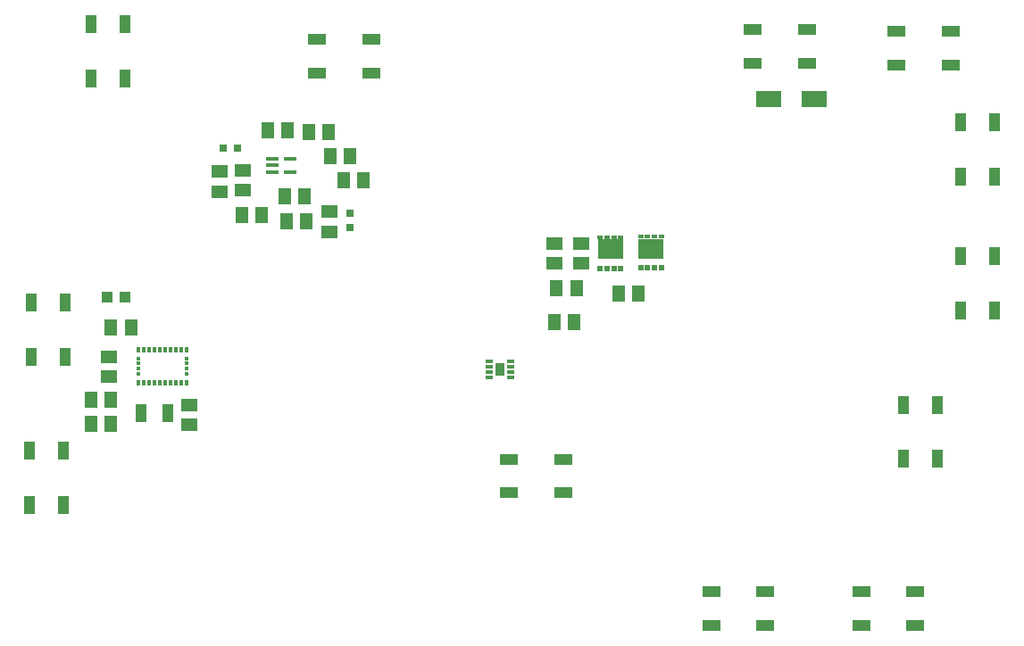
<source format=gbr>
G04 EAGLE Gerber RS-274X export*
G75*
%MOMM*%
%FSLAX34Y34*%
%LPD*%
%INSolderpaste Bottom*%
%IPPOS*%
%AMOC8*
5,1,8,0,0,1.08239X$1,22.5*%
G01*
%ADD10R,0.300000X0.525000*%
%ADD11R,0.425000X0.300000*%
%ADD12R,1.300000X1.500000*%
%ADD13R,1.500000X1.300000*%
%ADD14R,1.000000X1.800000*%
%ADD15R,0.750000X0.300000*%
%ADD16R,0.900000X1.300000*%
%ADD17R,1.150000X0.350000*%
%ADD18R,1.000000X1.651000*%
%ADD19R,1.651000X1.000000*%
%ADD20R,2.350000X1.550000*%
%ADD21R,1.000000X1.100000*%
%ADD22R,0.500000X0.630000*%
%ADD23R,0.500000X0.410000*%
%ADD24R,2.450000X1.900000*%
%ADD25R,0.700000X0.650000*%
%ADD26R,0.650000X0.700000*%


D10*
X123042Y439797D03*
D11*
X122417Y447922D03*
X122417Y452922D03*
X122417Y457922D03*
X122417Y462922D03*
D10*
X123042Y471047D03*
X128042Y471047D03*
X133042Y471047D03*
X138042Y471047D03*
X143042Y471047D03*
X148042Y471047D03*
X153042Y471047D03*
X158042Y471047D03*
X163042Y471047D03*
X168042Y471047D03*
D11*
X168667Y462922D03*
X168667Y457922D03*
X168667Y452922D03*
X168667Y447922D03*
D10*
X168042Y439797D03*
X163042Y439797D03*
X158042Y439797D03*
X153042Y439797D03*
X148042Y439797D03*
X143042Y439797D03*
X138042Y439797D03*
X133042Y439797D03*
X128042Y439797D03*
D12*
X96368Y423418D03*
X77368Y423418D03*
X96672Y492252D03*
X115672Y492252D03*
D13*
X94742Y464668D03*
X94742Y445668D03*
D14*
X125422Y410972D03*
X150422Y410972D03*
D12*
X77622Y400812D03*
X96622Y400812D03*
D13*
X170942Y418948D03*
X170942Y399948D03*
D15*
X475328Y460128D03*
X475328Y455128D03*
X475328Y450128D03*
X475328Y445128D03*
X455328Y445128D03*
X455328Y450128D03*
X455328Y455128D03*
X455328Y460128D03*
D16*
X465328Y452628D03*
D12*
X535788Y497078D03*
X516788Y497078D03*
D17*
X249818Y639422D03*
X249818Y645922D03*
X249818Y652422D03*
X266818Y652422D03*
X266818Y639422D03*
D12*
X263042Y592582D03*
X282042Y592582D03*
D13*
X304038Y583082D03*
X304038Y602082D03*
D12*
X280518Y616458D03*
X261518Y616458D03*
X239878Y598678D03*
X220878Y598678D03*
X323698Y654558D03*
X304698Y654558D03*
D13*
X221742Y641198D03*
X221742Y622198D03*
X199898Y621182D03*
X199898Y640182D03*
D12*
X245262Y678942D03*
X264262Y678942D03*
X303378Y677418D03*
X284378Y677418D03*
X336398Y631698D03*
X317398Y631698D03*
D18*
X77980Y780150D03*
X77980Y728610D03*
X109980Y728610D03*
X109980Y780150D03*
D19*
X343270Y765300D03*
X291730Y765300D03*
X291730Y733300D03*
X343270Y733300D03*
X757036Y774698D03*
X705496Y774698D03*
X705496Y742698D03*
X757036Y742698D03*
X892926Y772920D03*
X841386Y772920D03*
X841386Y740920D03*
X892926Y740920D03*
D18*
X934718Y508392D03*
X934718Y559932D03*
X902718Y559932D03*
X902718Y508392D03*
X880108Y367422D03*
X880108Y418962D03*
X848108Y418962D03*
X848108Y367422D03*
X934718Y635392D03*
X934718Y686932D03*
X902718Y686932D03*
X902718Y635392D03*
D19*
X808112Y209552D03*
X859652Y209552D03*
X859652Y241552D03*
X808112Y241552D03*
X665872Y209552D03*
X717412Y209552D03*
X717412Y241552D03*
X665872Y241552D03*
X474102Y335282D03*
X525642Y335282D03*
X525642Y367282D03*
X474102Y367282D03*
D20*
X720688Y709168D03*
X763688Y709168D03*
D21*
X110100Y520700D03*
X93100Y520700D03*
D22*
X580234Y548260D03*
X573734Y548260D03*
X567234Y548260D03*
X560734Y548260D03*
D23*
X560734Y578060D03*
X567234Y578060D03*
X573734Y578060D03*
X580234Y578060D03*
D24*
X570484Y566510D03*
D13*
X542544Y572110D03*
X542544Y553110D03*
X517144Y553110D03*
X517144Y572110D03*
D12*
X519074Y529590D03*
X538074Y529590D03*
D25*
X323342Y600348D03*
X323342Y586848D03*
D26*
X216808Y662178D03*
X203308Y662178D03*
D22*
X618588Y548768D03*
X612088Y548768D03*
X605588Y548768D03*
X599088Y548768D03*
D23*
X599088Y578568D03*
X605588Y578568D03*
X612088Y578568D03*
X618588Y578568D03*
D24*
X608838Y567018D03*
D12*
X578002Y524002D03*
X597002Y524002D03*
D18*
X20830Y515990D03*
X20830Y464450D03*
X52830Y464450D03*
X52830Y515990D03*
X19560Y375020D03*
X19560Y323480D03*
X51560Y323480D03*
X51560Y375020D03*
M02*

</source>
